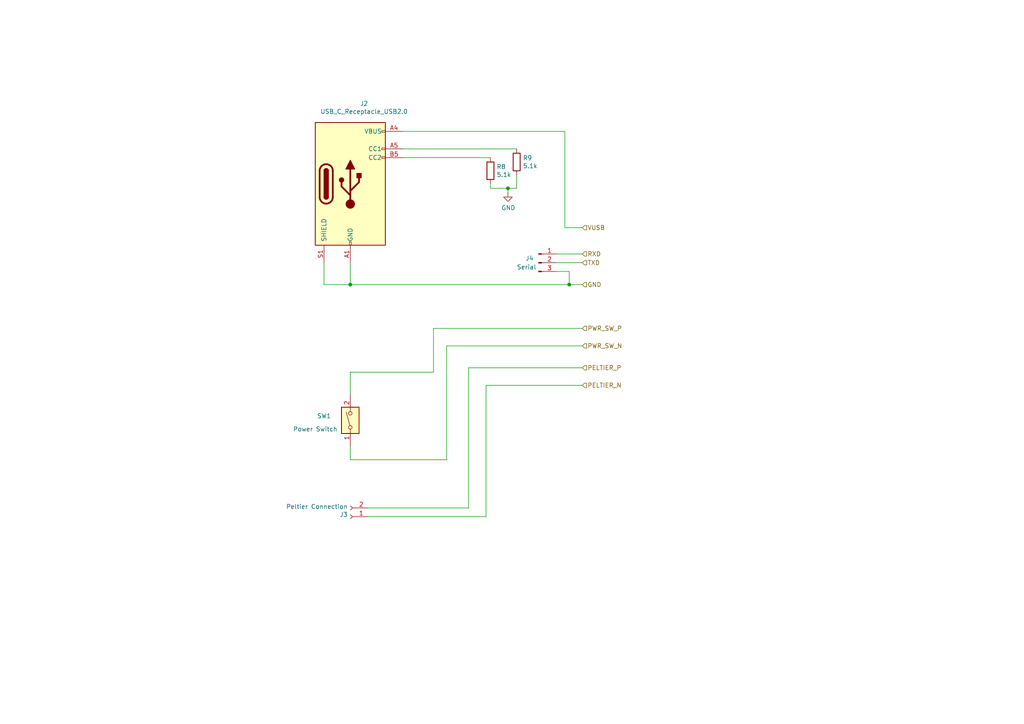
<source format=kicad_sch>
(kicad_sch (version 20211123) (generator eeschema)
  (paper "A4")
  (title_block (title "Ports, Human Interfaces") (date "2022-03-18") (comment 1 "Engineer/Draftsman: Joesphan Lu"))
  (lib_symbols
    (symbol "1KicadLib:USB_C_PWR_ONLY" (pin_names (offset 1.016))
      (property "Reference" "U" (at 8.89 -26.67 0))
      (property "Value" "1KicadLib_USB_C_PWR_ONLY" (at -3.81 19.05 0))
      (symbol "USB_C_PWR_ONLY_1_1"
        (rectangle (start -11.43 16.51) (end 8.89 -19.05) (stroke (width 0.254)) (fill (type background)))
        (arc (start -10.16 -5.08) (mid -8.255 -6.985) (end -6.35 -5.08) (stroke (width 0.508)))
        (arc (start -8.89 -5.08) (mid -8.255 -5.715) (end -7.62 -5.08) (stroke (width 0.254)))
        (arc (start -8.89 -5.08) (mid -8.255 -5.715) (end -7.62 -5.08) (stroke (width 0.254)) (fill (type outline)))
        (rectangle (start -8.89 -5.08) (end -7.62 2.54) (stroke (width 0.254)) (fill (type outline)))
        (arc (start -7.62 2.54) (mid -8.255 3.175) (end -8.89 2.54) (stroke (width 0.254)))
        (arc (start -7.62 2.54) (mid -8.255 3.175) (end -8.89 2.54) (stroke (width 0.254)) (fill (type outline)))
        (arc (start -6.35 2.54) (mid -8.255 4.445) (end -10.16 2.54) (stroke (width 0.508)))
        (circle (center -3.81 -0.127) (radius 0.635) (stroke (width 0.254)) (fill (type outline)))
        (rectangle (start -1.524 -19.05) (end -1.016 -18.034))
        (circle (center -1.27 -7.112) (radius 1.27) (fill (type outline)))
        (polyline (pts (xy -10.16 -5.08) (xy -10.16 2.54)) (stroke (width 0.508)))
        (polyline (pts (xy -6.35 2.54) (xy -6.35 -5.08)) (stroke (width 0.508)))
        (polyline (pts (xy -1.27 -7.112) (xy -1.27 3.048)) (stroke (width 0.508)))
        (polyline (pts (xy -1.27 -4.572) (xy -3.81 -2.032) (xy -3.81 -0.762)) (stroke (width 0.508)))
        (polyline (pts (xy -1.27 -3.302) (xy 1.27 -0.762) (xy 1.27 0.508)) (stroke (width 0.508)))
        (polyline (pts (xy -2.54 3.048) (xy -1.27 5.588) (xy 0 3.048) (xy -2.54 3.048)) (stroke (width 0.254)) (fill (type outline)))
        (rectangle (start 0.635 0.508) (end 1.905 1.778) (stroke (width 0.254)) (fill (type outline)))
        (rectangle (start 8.89 6.604) (end 7.874 6.096))
        (rectangle (start 8.89 9.144) (end 7.874 8.636))
        (rectangle (start 8.89 14.224) (end 7.874 13.716))
        (pin passive line (at -1.27 -24.13 90) (length 5.08) (name "GND") (number "A1"))
        (pin passive line (at -1.27 -24.13 90) (length 5.08) hide (name "GND") (number "A12"))
        (pin passive line (at 13.97 13.97 180) (length 5.08) (name "VBUS") (number "A4"))
        (pin bidirectional line (at 13.97 8.89 180) (length 5.08) (name "CC1") (number "A5"))
        (pin passive line (at 13.97 13.97 180) (length 5.08) hide (name "VBUS") (number "A9"))
        (pin passive line (at -1.27 -24.13 90) (length 5.08) hide (name "GND") (number "B1"))
        (pin passive line (at -1.27 -24.13 90) (length 5.08) hide (name "GND") (number "B12"))
        (pin passive line (at 13.97 13.97 180) (length 5.08) hide (name "VBUS") (number "B4"))
        (pin bidirectional line (at 13.97 6.35 180) (length 5.08) (name "CC2") (number "B5"))
        (pin passive line (at 13.97 13.97 180) (length 5.08) hide (name "VBUS") (number "B9"))
        (pin passive line (at -8.89 -24.13 90) (length 5.08) (name "SHIELD") (number "S1"))
      )
    )
    (symbol "Connector:Conn_01x02_Female" (pin_names (offset 1.016) hide)
      (property "Reference" "J" (at 0 2.54 0))
      (property "Value" "Conn_01x02_Female" (at 0 -5.08 0))
      (symbol "Conn_01x02_Female_1_1"
        (arc (start 0 -2.032) (mid -0.508 -2.54) (end 0 -3.048) (stroke (width 0.1524)))
        (polyline (pts (xy -1.27 -2.54) (xy -0.508 -2.54)) (stroke (width 0.1524)))
        (polyline (pts (xy -1.27 0) (xy -0.508 0)) (stroke (width 0.1524)))
        (arc (start 0 0.508) (mid -0.508 0) (end 0 -0.508) (stroke (width 0.1524)))
        (pin passive line (at -5.08 0 0) (length 3.81) (name "Pin_1") (number "1"))
        (pin passive line (at -5.08 -2.54 0) (length 3.81) (name "Pin_2") (number "2"))
      )
    )
    (symbol "Connector:Conn_01x03_Male" (pin_names (offset 1.016) hide)
      (property "Reference" "J" (at 0 5.08 0))
      (property "Value" "Conn_01x03_Male" (at 0 -5.08 0))
      (symbol "Conn_01x03_Male_1_1"
        (polyline (pts (xy 1.27 -2.54) (xy 0.8636 -2.54)) (stroke (width 0.1524)))
        (polyline (pts (xy 1.27 0) (xy 0.8636 0)) (stroke (width 0.1524)))
        (polyline (pts (xy 1.27 2.54) (xy 0.8636 2.54)) (stroke (width 0.1524)))
        (rectangle (start 0.8636 -2.413) (end 0 -2.667) (stroke (width 0.1524)) (fill (type outline)))
        (rectangle (start 0.8636 0.127) (end 0 -0.127) (stroke (width 0.1524)) (fill (type outline)))
        (rectangle (start 0.8636 2.667) (end 0 2.413) (stroke (width 0.1524)) (fill (type outline)))
        (pin passive line (at 5.08 2.54 180) (length 3.81) (name "Pin_1") (number "1"))
        (pin passive line (at 5.08 0 180) (length 3.81) (name "Pin_2") (number "2"))
        (pin passive line (at 5.08 -2.54 180) (length 3.81) (name "Pin_3") (number "3"))
      )
    )
    (symbol "Device:R" (pin_numbers hide) (pin_names (offset 0))
      (property "Reference" "R" (at 2.032 0 90))
      (property "Value" "R" (at 0 0 90))
      (symbol "R_0_1"
        (rectangle (start -1.016 -2.54) (end 1.016 2.54) (stroke (width 0.254)))
      )
      (symbol "R_1_1"
        (pin passive line (at 0 3.81 270) (length 1.27) (name "~") (number "1"))
        (pin passive line (at 0 -3.81 90) (length 1.27) (name "~") (number "2"))
      )
    )
    (symbol "Switch:SW_DIP_x01" (pin_names (offset 0) hide)
      (property "Reference" "SW" (at 0 3.81 0))
      (property "Value" "SW_DIP_x01" (at 0 -3.81 0))
      (symbol "SW_DIP_x01_0_0"
        (circle (center -2.032 0) (radius 0.508))
        (polyline (pts (xy -1.524 0.127) (xy 2.3622 1.1684)))
        (circle (center 2.032 0) (radius 0.508))
      )
      (symbol "SW_DIP_x01_0_1"
        (rectangle (start -3.81 2.54) (end 3.81 -2.54) (stroke (width 0.254)) (fill (type background)))
      )
      (symbol "SW_DIP_x01_1_1"
        (pin passive line (at -7.62 0 0) (length 5.08) (name "~") (number "1"))
        (pin passive line (at 7.62 0 180) (length 5.08) (name "~") (number "2"))
      )
    )
    (symbol "power:GND" (power) (pin_names (offset 0))
      (property "Value" "GND" (at 0 -3.81 0))
      (symbol "GND_0_1"
        (polyline (pts (xy 0 0) (xy 0 -1.27) (xy 1.27 -1.27) (xy 0 -2.54) (xy -1.27 -1.27) (xy 0 -1.27)))
      )
      (symbol "GND_1_1"
        (pin power_in line (at 0 0 270) (length 0) hide (name "GND") (number "1"))
      )
    )
  )
  (junction (at 147.32 54.61))
  (junction (at 165.1 82.55))
  (junction (at 101.6 82.55))
  (wire (pts (xy 101.6 82.55) (xy 165.1 82.55)))
  (wire (pts (xy 101.6 114.3) (xy 101.6 107.95)))
  (wire (pts (xy 101.6 107.95) (xy 125.73 107.95)))
  (wire (pts (xy 147.32 54.61) (xy 147.32 55.88)))
  (wire (pts (xy 161.29 78.74) (xy 165.1 78.74)))
  (wire (pts (xy 129.54 100.33) (xy 129.54 133.35)))
  (wire (pts (xy 101.6 82.55) (xy 93.98 82.55)))
  (wire (pts (xy 142.24 54.61) (xy 147.32 54.61)))
  (wire (pts (xy 168.91 66.04) (xy 163.83 66.04)))
  (wire (pts (xy 140.97 111.76) (xy 140.97 149.86)))
  (wire (pts (xy 125.73 95.25) (xy 168.91 95.25)))
  (wire (pts (xy 163.83 66.04) (xy 163.83 38.1)))
  (wire (pts (xy 135.89 106.68) (xy 168.91 106.68)))
  (wire (pts (xy 165.1 82.55) (xy 168.91 82.55)))
  (wire (pts (xy 161.29 73.66) (xy 168.91 73.66)))
  (wire (pts (xy 168.91 111.76) (xy 140.97 111.76)))
  (wire (pts (xy 125.73 107.95) (xy 125.73 95.25)))
  (wire (pts (xy 142.24 45.72) (xy 116.84 45.72)))
  (wire (pts (xy 149.86 54.61) (xy 149.86 50.8)))
  (wire (pts (xy 140.97 149.86) (xy 106.68 149.86)))
  (wire (pts (xy 142.24 53.34) (xy 142.24 54.61)))
  (wire (pts (xy 163.83 38.1) (xy 116.84 38.1)))
  (wire (pts (xy 147.32 54.61) (xy 149.86 54.61)))
  (wire (pts (xy 101.6 133.35) (xy 101.6 129.54)))
  (wire (pts (xy 165.1 78.74) (xy 165.1 82.55)))
  (wire (pts (xy 168.91 76.2) (xy 161.29 76.2)))
  (wire (pts (xy 93.98 82.55) (xy 93.98 76.2)))
  (wire (pts (xy 135.89 147.32) (xy 135.89 106.68)))
  (wire (pts (xy 106.68 147.32) (xy 135.89 147.32)))
  (wire (pts (xy 129.54 133.35) (xy 101.6 133.35)))
  (wire (pts (xy 101.6 76.2) (xy 101.6 82.55)))
  (wire (pts (xy 116.84 43.18) (xy 149.86 43.18)))
  (wire (pts (xy 168.91 100.33) (xy 129.54 100.33)))
  (hierarchical_label "PWR_SW_N" (shape input) (at 168.91 100.33 0))
  (hierarchical_label "RXD" (shape input) (at 168.91 73.66 0))
  (hierarchical_label "PELTIER_N" (shape input) (at 168.91 111.76 0))
  (hierarchical_label "PWR_SW_P" (shape input) (at 168.91 95.25 0))
  (hierarchical_label "VUSB" (shape input) (at 168.91 66.04 0))
  (hierarchical_label "GND" (shape input) (at 168.91 82.55 0))
  (hierarchical_label "TXD" (shape input) (at 168.91 76.2 0))
  (hierarchical_label "PELTIER_P" (shape input) (at 168.91 106.68 0))
  (symbol (lib_id "1KicadLib:USB_C_PWR_ONLY") (at 102.87 52.07 0) (unit 1)
    (property "Reference" "J2" (at 105.5878 30.0482 0))
    (property "Value" "USB_C_Receptacle_USB2.0" (at 105.5878 32.3596 0))
    (property "Footprint" "1KicadLib:USB4125-GF-A" (effects hide))
    (property "Datasheet" "https://www.usb.org/sites/default/files/documents/usb_type-c.zip" (effects hide))
  )
  (symbol (lib_id "Device:R") (at 142.24 49.53 0) (unit 1)
    (property "Reference" "R8" (at 144.018 48.3616 0) (effects (justify left)))
    (property "Value" "5.1k" (at 144.018 50.673 0) (effects (justify left)))
    (property "Footprint" "Capacitor_SMD:C_0805_2012Metric_Pad1.18x1.45mm_HandSolder" (effects hide))
  )
  (symbol (lib_id "Device:R") (at 149.86 46.99 0) (unit 1)
    (property "Reference" "R9" (at 151.638 45.8216 0) (effects (justify left)))
    (property "Value" "5.1k" (at 151.638 48.133 0) (effects (justify left)))
    (property "Footprint" "Capacitor_SMD:C_0805_2012Metric_Pad1.18x1.45mm_HandSolder" (effects hide))
  )
  (symbol (lib_id "power:GND") (at 147.32 55.88 0) (unit 1)
    (property "Reference" "#PWR0125" (effects hide))
    (property "Value" "GND" (at 147.447 60.2742 0))
  )
  (symbol (lib_id "Switch:SW_DIP_x01") (at 101.6 121.92 90) (unit 1)
    (property "Reference" "SW1" (at 93.98 120.65 90))
    (property "Value" "Power Switch" (at 91.44 124.46 90))
    (property "Footprint" "Connector_PinHeader_2.54mm:PinHeader_1x02_P2.54mm_Vertical" (effects hide))
  )
  (symbol (lib_id "Connector:Conn_01x02_Female") (at 101.6 149.86 180) (unit 1)
    (property "Reference" "J3" (at 100.8888 149.2504 0) (effects (justify left)))
    (property "Value" "Peltier Connection" (at 100.8888 146.939 0) (effects (justify left)))
    (property "Footprint" "Connector_PinHeader_2.54mm:PinHeader_1x02_P2.54mm_Vertical" (effects hide))
  )
  (symbol (lib_id "Connector:Conn_01x03_Male") (at 156.21 76.2 0) (unit 1)
    (property "Reference" "J4" (at 152.4 74.93 0) (effects (justify left)))
    (property "Value" "Serial" (at 149.86 77.47 0) (effects (justify left)))
    (property "Footprint" "Connector_PinHeader_2.54mm:PinHeader_1x03_P2.54mm_Vertical" (effects hide))
  )
)
</source>
